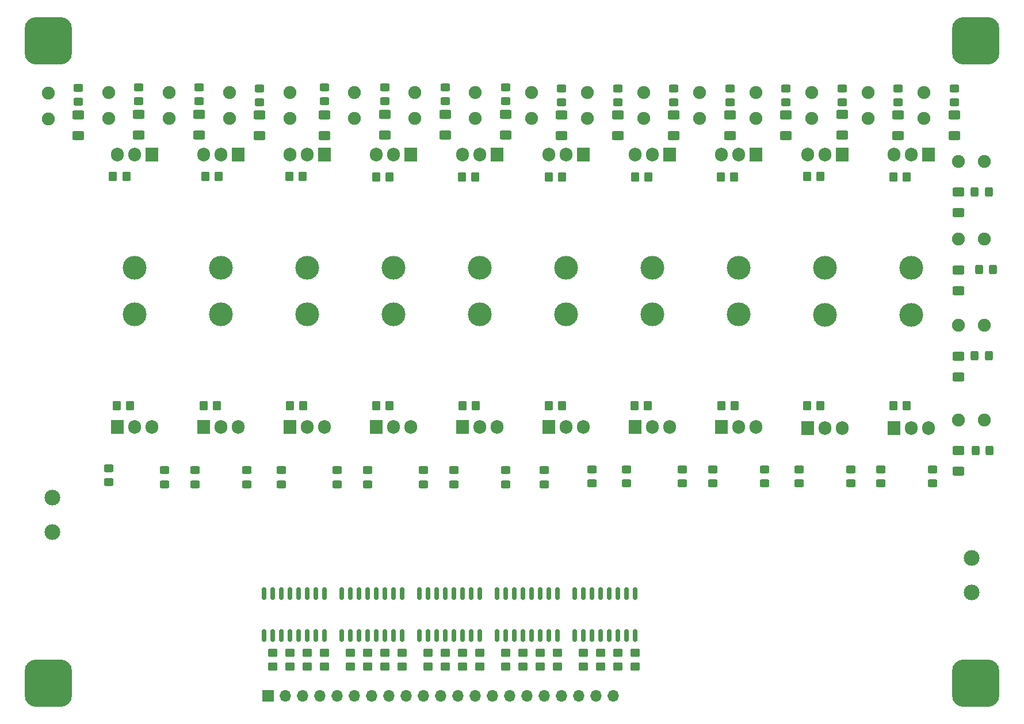
<source format=gbr>
%TF.GenerationSoftware,KiCad,Pcbnew,9.0.0*%
%TF.CreationDate,2025-04-04T10:54:07-06:00*%
%TF.ProjectId,Solenoid Breakout Board,536f6c65-6e6f-4696-9420-427265616b6f,rev?*%
%TF.SameCoordinates,Original*%
%TF.FileFunction,Soldermask,Top*%
%TF.FilePolarity,Negative*%
%FSLAX46Y46*%
G04 Gerber Fmt 4.6, Leading zero omitted, Abs format (unit mm)*
G04 Created by KiCad (PCBNEW 9.0.0) date 2025-04-04 10:54:07*
%MOMM*%
%LPD*%
G01*
G04 APERTURE LIST*
G04 Aperture macros list*
%AMRoundRect*
0 Rectangle with rounded corners*
0 $1 Rounding radius*
0 $2 $3 $4 $5 $6 $7 $8 $9 X,Y pos of 4 corners*
0 Add a 4 corners polygon primitive as box body*
4,1,4,$2,$3,$4,$5,$6,$7,$8,$9,$2,$3,0*
0 Add four circle primitives for the rounded corners*
1,1,$1+$1,$2,$3*
1,1,$1+$1,$4,$5*
1,1,$1+$1,$6,$7*
1,1,$1+$1,$8,$9*
0 Add four rect primitives between the rounded corners*
20,1,$1+$1,$2,$3,$4,$5,0*
20,1,$1+$1,$4,$5,$6,$7,0*
20,1,$1+$1,$6,$7,$8,$9,0*
20,1,$1+$1,$8,$9,$2,$3,0*%
G04 Aperture macros list end*
%ADD10RoundRect,0.250000X0.350000X0.450000X-0.350000X0.450000X-0.350000X-0.450000X0.350000X-0.450000X0*%
%ADD11RoundRect,0.250000X0.450000X-0.350000X0.450000X0.350000X-0.450000X0.350000X-0.450000X-0.350000X0*%
%ADD12C,1.905000*%
%ADD13RoundRect,0.250000X-0.450000X0.325000X-0.450000X-0.325000X0.450000X-0.325000X0.450000X0.325000X0*%
%ADD14RoundRect,1.746250X-1.746250X-1.746250X1.746250X-1.746250X1.746250X1.746250X-1.746250X1.746250X0*%
%ADD15RoundRect,0.250000X0.450000X-0.325000X0.450000X0.325000X-0.450000X0.325000X-0.450000X-0.325000X0*%
%ADD16RoundRect,0.162500X0.162500X-0.750000X0.162500X0.750000X-0.162500X0.750000X-0.162500X-0.750000X0*%
%ADD17RoundRect,0.250000X-0.350000X-0.450000X0.350000X-0.450000X0.350000X0.450000X-0.350000X0.450000X0*%
%ADD18C,2.311400*%
%ADD19RoundRect,0.250000X0.625000X-0.400000X0.625000X0.400000X-0.625000X0.400000X-0.625000X-0.400000X0*%
%ADD20RoundRect,0.250000X-0.625000X0.400000X-0.625000X-0.400000X0.625000X-0.400000X0.625000X0.400000X0*%
%ADD21RoundRect,0.250000X0.325000X0.450000X-0.325000X0.450000X-0.325000X-0.450000X0.325000X-0.450000X0*%
%ADD22R,1.700000X1.700000*%
%ADD23O,1.700000X1.700000*%
%ADD24C,3.500000*%
%ADD25R,1.905000X2.000000*%
%ADD26O,1.905000X2.000000*%
G04 APERTURE END LIST*
D10*
%TO.C,R16*%
X85820000Y-110880000D03*
X83820000Y-110880000D03*
%TD*%
D11*
%TO.C,R29*%
X106680000Y-149320000D03*
X106680000Y-147320000D03*
%TD*%
D12*
%TO.C,L4*%
X74930000Y-64770000D03*
X74930000Y-68580000D03*
%TD*%
D13*
%TO.C,D12*%
X88900000Y-63990000D03*
X88900000Y-66040000D03*
%TD*%
D14*
%TO.C,REF\u002A\u002A*%
X48260000Y-57150000D03*
%TD*%
D15*
%TO.C,D2*%
X65405000Y-122455000D03*
X65405000Y-120405000D03*
%TD*%
D16*
%TO.C,U5*%
X125730000Y-144780000D03*
X127000000Y-144780000D03*
X128270000Y-144780000D03*
X129540000Y-144780000D03*
X130810000Y-144780000D03*
X132080000Y-144780000D03*
X133350000Y-144780000D03*
X134620000Y-144780000D03*
X134620000Y-138605000D03*
X133350000Y-138605000D03*
X132080000Y-138605000D03*
X130810000Y-138605000D03*
X129540000Y-138605000D03*
X128270000Y-138605000D03*
X127000000Y-138605000D03*
X125730000Y-138605000D03*
%TD*%
D17*
%TO.C,R17*%
X83725000Y-77075000D03*
X85725000Y-77075000D03*
%TD*%
D11*
%TO.C,R43*%
X118110000Y-149320000D03*
X118110000Y-147320000D03*
%TD*%
D10*
%TO.C,R32*%
X136525000Y-110880000D03*
X134525000Y-110880000D03*
%TD*%
D18*
%TO.C,J2*%
X48895000Y-124460000D03*
X48895000Y-129540000D03*
%TD*%
D13*
%TO.C,D33*%
X181610000Y-64135000D03*
X181610000Y-66185000D03*
%TD*%
D10*
%TO.C,R5*%
X60325000Y-110880000D03*
X58325000Y-110880000D03*
%TD*%
D12*
%TO.C,L9*%
X119380000Y-64770000D03*
X119380000Y-68580000D03*
%TD*%
D19*
%TO.C,R27*%
X123825000Y-71120000D03*
X123825000Y-68020000D03*
%TD*%
D14*
%TO.C,REF\u002A\u002A*%
X48260000Y-151765000D03*
%TD*%
%TO.C,REF\u002A\u002A*%
X184785000Y-151765000D03*
%TD*%
D13*
%TO.C,D18*%
X123825000Y-64135000D03*
X123825000Y-66185000D03*
%TD*%
D19*
%TO.C,R12*%
X79375000Y-71120000D03*
X79375000Y-68020000D03*
%TD*%
D17*
%TO.C,R33*%
X109125000Y-77225000D03*
X111125000Y-77225000D03*
%TD*%
D10*
%TO.C,R34*%
X123920000Y-110880000D03*
X121920000Y-110880000D03*
%TD*%
D11*
%TO.C,R28*%
X115570000Y-149320000D03*
X115570000Y-147320000D03*
%TD*%
D19*
%TO.C,R37*%
X132080000Y-71120000D03*
X132080000Y-68020000D03*
%TD*%
D10*
%TO.C,R44*%
X161925000Y-110880000D03*
X159925000Y-110880000D03*
%TD*%
D16*
%TO.C,U4*%
X114300000Y-144780000D03*
X115570000Y-144780000D03*
X116840000Y-144780000D03*
X118110000Y-144780000D03*
X119380000Y-144780000D03*
X120650000Y-144780000D03*
X121920000Y-144780000D03*
X123190000Y-144780000D03*
X123190000Y-138605000D03*
X121920000Y-138605000D03*
X120650000Y-138605000D03*
X119380000Y-138605000D03*
X118110000Y-138605000D03*
X116840000Y-138605000D03*
X115570000Y-138605000D03*
X114300000Y-138605000D03*
%TD*%
D20*
%TO.C,R58*%
X182245000Y-90880000D03*
X182245000Y-93980000D03*
%TD*%
D12*
%TO.C,L20*%
X186055000Y-74930000D03*
X182245000Y-74930000D03*
%TD*%
D10*
%TO.C,R56*%
X174625000Y-110880000D03*
X172625000Y-110880000D03*
%TD*%
D17*
%TO.C,R35*%
X121920000Y-77225000D03*
X123920000Y-77225000D03*
%TD*%
D21*
%TO.C,D39*%
X186835000Y-117475000D03*
X184785000Y-117475000D03*
%TD*%
D15*
%TO.C,D21*%
X121285000Y-122455000D03*
X121285000Y-120405000D03*
%TD*%
%TO.C,D11*%
X95250000Y-122455000D03*
X95250000Y-120405000D03*
%TD*%
D12*
%TO.C,L14*%
X186055000Y-99060000D03*
X182245000Y-99060000D03*
%TD*%
D15*
%TO.C,D3*%
X69850000Y-122455000D03*
X69850000Y-120405000D03*
%TD*%
D11*
%TO.C,R2*%
X83820000Y-149320000D03*
X83820000Y-147320000D03*
%TD*%
D17*
%TO.C,R24*%
X96520000Y-77225000D03*
X98520000Y-77225000D03*
%TD*%
D19*
%TO.C,R50*%
X181610000Y-71120000D03*
X181610000Y-68020000D03*
%TD*%
D15*
%TO.C,D36*%
X170815000Y-122310000D03*
X170815000Y-120260000D03*
%TD*%
D19*
%TO.C,R39*%
X148590000Y-71120000D03*
X148590000Y-68020000D03*
%TD*%
%TO.C,R49*%
X173355000Y-71120000D03*
X173355000Y-68020000D03*
%TD*%
D15*
%TO.C,D9*%
X82550000Y-122455000D03*
X82550000Y-120405000D03*
%TD*%
D11*
%TO.C,R41*%
X120650000Y-149320000D03*
X120650000Y-147320000D03*
%TD*%
D12*
%TO.C,L10*%
X152400000Y-64770000D03*
X152400000Y-68580000D03*
%TD*%
D15*
%TO.C,D35*%
X166370000Y-122310000D03*
X166370000Y-120260000D03*
%TD*%
%TO.C,D29*%
X153670000Y-122310000D03*
X153670000Y-120260000D03*
%TD*%
D10*
%TO.C,R25*%
X111220000Y-110880000D03*
X109220000Y-110880000D03*
%TD*%
D19*
%TO.C,R20*%
X97790000Y-71045000D03*
X97790000Y-67945000D03*
%TD*%
D12*
%TO.C,L13*%
X144145000Y-64770000D03*
X144145000Y-68580000D03*
%TD*%
D11*
%TO.C,R52*%
X129540000Y-149320000D03*
X129540000Y-147320000D03*
%TD*%
D13*
%TO.C,D34*%
X165100000Y-64135000D03*
X165100000Y-66185000D03*
%TD*%
D19*
%TO.C,R9*%
X52705000Y-71120000D03*
X52705000Y-68020000D03*
%TD*%
D12*
%TO.C,L7*%
X102235000Y-64770000D03*
X102235000Y-68580000D03*
%TD*%
D10*
%TO.C,R45*%
X149320000Y-110880000D03*
X147320000Y-110880000D03*
%TD*%
D11*
%TO.C,R22*%
X100330000Y-149320000D03*
X100330000Y-147320000D03*
%TD*%
D17*
%TO.C,R46*%
X147225000Y-77225000D03*
X149225000Y-77225000D03*
%TD*%
D12*
%TO.C,L5*%
X83820000Y-64770000D03*
X83820000Y-68580000D03*
%TD*%
D15*
%TO.C,D30*%
X141605000Y-122310000D03*
X141605000Y-120260000D03*
%TD*%
%TO.C,D27*%
X158750000Y-122310000D03*
X158750000Y-120260000D03*
%TD*%
D11*
%TO.C,R1*%
X81280000Y-149320000D03*
X81280000Y-147320000D03*
%TD*%
%TO.C,R14*%
X95250000Y-149320000D03*
X95250000Y-147320000D03*
%TD*%
D13*
%TO.C,D23*%
X156845000Y-64135000D03*
X156845000Y-66185000D03*
%TD*%
%TO.C,D32*%
X173355000Y-64135000D03*
X173355000Y-66185000D03*
%TD*%
D15*
%TO.C,D4*%
X77470000Y-122455000D03*
X77470000Y-120405000D03*
%TD*%
D12*
%TO.C,L1*%
X48260000Y-64845000D03*
X48260000Y-68655000D03*
%TD*%
%TO.C,L17*%
X160655000Y-64770000D03*
X160655000Y-68580000D03*
%TD*%
D19*
%TO.C,R21*%
X106680000Y-71045000D03*
X106680000Y-67945000D03*
%TD*%
D15*
%TO.C,D28*%
X146050000Y-122310000D03*
X146050000Y-120260000D03*
%TD*%
D17*
%TO.C,R57*%
X172625000Y-77225000D03*
X174625000Y-77225000D03*
%TD*%
D12*
%TO.C,L16*%
X177165000Y-64770000D03*
X177165000Y-68580000D03*
%TD*%
D15*
%TO.C,D10*%
X90805000Y-122455000D03*
X90805000Y-120405000D03*
%TD*%
D11*
%TO.C,R30*%
X109220000Y-149320000D03*
X109220000Y-147320000D03*
%TD*%
D12*
%TO.C,L2*%
X57150000Y-64770000D03*
X57150000Y-68580000D03*
%TD*%
D15*
%TO.C,D15*%
X103505000Y-122455000D03*
X103505000Y-120405000D03*
%TD*%
D22*
%TO.C,J1*%
X80645000Y-153670000D03*
D23*
X83185000Y-153670000D03*
X85725000Y-153670000D03*
X88265000Y-153670000D03*
X90805000Y-153670000D03*
X93345000Y-153670000D03*
X95885000Y-153670000D03*
X98425000Y-153670000D03*
X100965000Y-153670000D03*
X103505000Y-153670000D03*
X106045000Y-153670000D03*
X108585000Y-153670000D03*
X111125000Y-153670000D03*
X113665000Y-153670000D03*
X116205000Y-153670000D03*
X118745000Y-153670000D03*
X121285000Y-153670000D03*
X123825000Y-153670000D03*
X126365000Y-153670000D03*
X128905000Y-153670000D03*
X131445000Y-153670000D03*
%TD*%
D11*
%TO.C,R4*%
X88900000Y-149320000D03*
X88900000Y-147320000D03*
%TD*%
D21*
%TO.C,D40*%
X186690000Y-79375000D03*
X184640000Y-79375000D03*
%TD*%
D17*
%TO.C,R47*%
X134620000Y-77225000D03*
X136620000Y-77225000D03*
%TD*%
D19*
%TO.C,R51*%
X165100000Y-71045000D03*
X165100000Y-67945000D03*
%TD*%
%TO.C,R38*%
X140335000Y-71120000D03*
X140335000Y-68020000D03*
%TD*%
D20*
%TO.C,R60*%
X182245000Y-79375000D03*
X182245000Y-82475000D03*
%TD*%
D11*
%TO.C,R15*%
X97790000Y-149320000D03*
X97790000Y-147320000D03*
%TD*%
D13*
%TO.C,D8*%
X79375000Y-64135000D03*
X79375000Y-66185000D03*
%TD*%
D12*
%TO.C,L3*%
X66040000Y-64770000D03*
X66040000Y-68580000D03*
%TD*%
%TO.C,L19*%
X186055000Y-113030000D03*
X182245000Y-113030000D03*
%TD*%
D11*
%TO.C,R3*%
X86360000Y-149320000D03*
X86360000Y-147320000D03*
%TD*%
D13*
%TO.C,D26*%
X148590000Y-64135000D03*
X148590000Y-66185000D03*
%TD*%
D21*
%TO.C,D31*%
X186690000Y-103505000D03*
X184640000Y-103505000D03*
%TD*%
D12*
%TO.C,L6*%
X93345000Y-64770000D03*
X93345000Y-68580000D03*
%TD*%
D15*
%TO.C,D22*%
X128270000Y-122310000D03*
X128270000Y-120260000D03*
%TD*%
%TO.C,D20*%
X115570000Y-122455000D03*
X115570000Y-120405000D03*
%TD*%
%TO.C,D19*%
X133350000Y-122310000D03*
X133350000Y-120260000D03*
%TD*%
D11*
%TO.C,R23*%
X104140000Y-149320000D03*
X104140000Y-147320000D03*
%TD*%
D19*
%TO.C,R19*%
X88900000Y-71120000D03*
X88900000Y-68020000D03*
%TD*%
D12*
%TO.C,L8*%
X111125000Y-64770000D03*
X111125000Y-68580000D03*
%TD*%
D16*
%TO.C,U3*%
X102870000Y-144780000D03*
X104140000Y-144780000D03*
X105410000Y-144780000D03*
X106680000Y-144780000D03*
X107950000Y-144780000D03*
X109220000Y-144780000D03*
X110490000Y-144780000D03*
X111760000Y-144780000D03*
X111760000Y-138605000D03*
X110490000Y-138605000D03*
X109220000Y-138605000D03*
X107950000Y-138605000D03*
X106680000Y-138605000D03*
X105410000Y-138605000D03*
X104140000Y-138605000D03*
X102870000Y-138605000D03*
%TD*%
D10*
%TO.C,R18*%
X98520000Y-110880000D03*
X96520000Y-110880000D03*
%TD*%
D11*
%TO.C,R40*%
X127000000Y-149320000D03*
X127000000Y-147320000D03*
%TD*%
D15*
%TO.C,D16*%
X107950000Y-122455000D03*
X107950000Y-120405000D03*
%TD*%
D11*
%TO.C,R53*%
X132080000Y-149320000D03*
X132080000Y-147320000D03*
%TD*%
D15*
%TO.C,D1*%
X57150000Y-122175500D03*
X57150000Y-120125500D03*
%TD*%
D19*
%TO.C,R11*%
X70485000Y-71045000D03*
X70485000Y-67945000D03*
%TD*%
D14*
%TO.C,REF\u002A\u002A*%
X184785000Y-57150000D03*
%TD*%
D16*
%TO.C,U2*%
X91440000Y-144780000D03*
X92710000Y-144780000D03*
X93980000Y-144780000D03*
X95250000Y-144780000D03*
X96520000Y-144780000D03*
X97790000Y-144780000D03*
X99060000Y-144780000D03*
X100330000Y-144780000D03*
X100330000Y-138605000D03*
X99060000Y-138605000D03*
X97790000Y-138605000D03*
X96520000Y-138605000D03*
X95250000Y-138605000D03*
X93980000Y-138605000D03*
X92710000Y-138605000D03*
X91440000Y-138605000D03*
%TD*%
D17*
%TO.C,R8*%
X71390000Y-77075000D03*
X73390000Y-77075000D03*
%TD*%
D11*
%TO.C,R13*%
X92710000Y-149320000D03*
X92710000Y-147320000D03*
%TD*%
D12*
%TO.C,L15*%
X168910000Y-64770000D03*
X168910000Y-68580000D03*
%TD*%
%TO.C,L12*%
X135890000Y-64770000D03*
X135890000Y-68580000D03*
%TD*%
D16*
%TO.C,U1*%
X80010000Y-144780000D03*
X81280000Y-144780000D03*
X82550000Y-144780000D03*
X83820000Y-144780000D03*
X85090000Y-144780000D03*
X86360000Y-144780000D03*
X87630000Y-144780000D03*
X88900000Y-144780000D03*
X88900000Y-138605000D03*
X87630000Y-138605000D03*
X86360000Y-138605000D03*
X85090000Y-138605000D03*
X83820000Y-138605000D03*
X82550000Y-138605000D03*
X81280000Y-138605000D03*
X80010000Y-138605000D03*
%TD*%
D13*
%TO.C,D25*%
X140335000Y-64135000D03*
X140335000Y-66185000D03*
%TD*%
%TO.C,D6*%
X61595000Y-63990000D03*
X61595000Y-66040000D03*
%TD*%
D15*
%TO.C,D37*%
X178435000Y-122310000D03*
X178435000Y-120260000D03*
%TD*%
D10*
%TO.C,R7*%
X73120000Y-110880000D03*
X71120000Y-110880000D03*
%TD*%
D19*
%TO.C,R10*%
X61595000Y-71045000D03*
X61595000Y-67945000D03*
%TD*%
D20*
%TO.C,R59*%
X182245000Y-117475000D03*
X182245000Y-120575000D03*
%TD*%
D17*
%TO.C,R55*%
X159925000Y-77075000D03*
X161925000Y-77075000D03*
%TD*%
D11*
%TO.C,R31*%
X111760000Y-149320000D03*
X111760000Y-147320000D03*
%TD*%
D18*
%TO.C,J3*%
X184150000Y-138430000D03*
X184150000Y-133350000D03*
%TD*%
D13*
%TO.C,D7*%
X70485000Y-63990000D03*
X70485000Y-66040000D03*
%TD*%
D19*
%TO.C,R26*%
X115570000Y-71045000D03*
X115570000Y-67945000D03*
%TD*%
D20*
%TO.C,R48*%
X182245000Y-103580000D03*
X182245000Y-106680000D03*
%TD*%
D11*
%TO.C,R54*%
X134620000Y-149320000D03*
X134620000Y-147320000D03*
%TD*%
D21*
%TO.C,D38*%
X187325000Y-90805000D03*
X185275000Y-90805000D03*
%TD*%
D12*
%TO.C,L11*%
X127635000Y-64770000D03*
X127635000Y-68580000D03*
%TD*%
D19*
%TO.C,R36*%
X156845000Y-71120000D03*
X156845000Y-68020000D03*
%TD*%
D12*
%TO.C,L18*%
X186055000Y-86360000D03*
X182245000Y-86360000D03*
%TD*%
D13*
%TO.C,D17*%
X115570000Y-63990000D03*
X115570000Y-66040000D03*
%TD*%
D17*
%TO.C,R6*%
X57785000Y-77075000D03*
X59785000Y-77075000D03*
%TD*%
D13*
%TO.C,D14*%
X106680000Y-63990000D03*
X106680000Y-66040000D03*
%TD*%
D11*
%TO.C,R42*%
X123190000Y-149320000D03*
X123190000Y-147320000D03*
%TD*%
D13*
%TO.C,D24*%
X132080000Y-64135000D03*
X132080000Y-66185000D03*
%TD*%
%TO.C,D13*%
X97790000Y-63990000D03*
X97790000Y-66040000D03*
%TD*%
%TO.C,D5*%
X52705000Y-64065000D03*
X52705000Y-66115000D03*
%TD*%
D24*
%TO.C,Q5*%
X86360000Y-97395000D03*
D25*
X83820000Y-114055000D03*
D26*
X86360000Y-114055000D03*
X88900000Y-114055000D03*
%TD*%
D24*
%TO.C,Q14*%
X162560000Y-97545000D03*
D25*
X160020000Y-114205000D03*
D26*
X162560000Y-114205000D03*
X165100000Y-114205000D03*
%TD*%
D24*
%TO.C,Q7*%
X99060000Y-97395000D03*
D25*
X96520000Y-114055000D03*
D26*
X99060000Y-114055000D03*
X101600000Y-114055000D03*
%TD*%
D24*
%TO.C,Q8*%
X99060000Y-90560000D03*
D25*
X101600000Y-73900000D03*
D26*
X99060000Y-73900000D03*
X96520000Y-73900000D03*
%TD*%
D24*
%TO.C,Q11*%
X111760000Y-90560000D03*
D25*
X114300000Y-73900000D03*
D26*
X111760000Y-73900000D03*
X109220000Y-73900000D03*
%TD*%
D24*
%TO.C,Q19*%
X175260000Y-97545000D03*
D25*
X172720000Y-114205000D03*
D26*
X175260000Y-114205000D03*
X177800000Y-114205000D03*
%TD*%
D24*
%TO.C,Q15*%
X149860000Y-97395000D03*
D25*
X147320000Y-114055000D03*
D26*
X149860000Y-114055000D03*
X152400000Y-114055000D03*
%TD*%
D24*
%TO.C,Q13*%
X124460000Y-90560000D03*
D25*
X127000000Y-73900000D03*
D26*
X124460000Y-73900000D03*
X121920000Y-73900000D03*
%TD*%
D24*
%TO.C,Q12*%
X124460000Y-97395000D03*
D25*
X121920000Y-114055000D03*
D26*
X124460000Y-114055000D03*
X127000000Y-114055000D03*
%TD*%
D24*
%TO.C,Q20*%
X175260000Y-90560000D03*
D25*
X177800000Y-73900000D03*
D26*
X175260000Y-73900000D03*
X172720000Y-73900000D03*
%TD*%
D24*
%TO.C,Q16*%
X149860000Y-90560000D03*
D25*
X152400000Y-73900000D03*
D26*
X149860000Y-73900000D03*
X147320000Y-73900000D03*
%TD*%
D24*
%TO.C,Q9*%
X111760000Y-97395000D03*
D25*
X109220000Y-114055000D03*
D26*
X111760000Y-114055000D03*
X114300000Y-114055000D03*
%TD*%
D24*
%TO.C,Q6*%
X86360000Y-90560000D03*
D25*
X88900000Y-73900000D03*
D26*
X86360000Y-73900000D03*
X83820000Y-73900000D03*
%TD*%
D24*
%TO.C,Q2*%
X60960000Y-90560000D03*
D25*
X63500000Y-73900000D03*
D26*
X60960000Y-73900000D03*
X58420000Y-73900000D03*
%TD*%
D24*
%TO.C,Q3*%
X73660000Y-97395000D03*
D25*
X71120000Y-114055000D03*
D26*
X73660000Y-114055000D03*
X76200000Y-114055000D03*
%TD*%
D24*
%TO.C,Q17*%
X137160000Y-90560000D03*
D25*
X139700000Y-73900000D03*
D26*
X137160000Y-73900000D03*
X134620000Y-73900000D03*
%TD*%
D24*
%TO.C,Q18*%
X162560000Y-90560000D03*
D25*
X165100000Y-73900000D03*
D26*
X162560000Y-73900000D03*
X160020000Y-73900000D03*
%TD*%
D24*
%TO.C,Q1*%
X60960000Y-97395000D03*
D25*
X58420000Y-114055000D03*
D26*
X60960000Y-114055000D03*
X63500000Y-114055000D03*
%TD*%
D24*
%TO.C,Q4*%
X73660000Y-90560000D03*
D25*
X76200000Y-73900000D03*
D26*
X73660000Y-73900000D03*
X71120000Y-73900000D03*
%TD*%
D24*
%TO.C,Q10*%
X137160000Y-97395000D03*
D25*
X134620000Y-114055000D03*
D26*
X137160000Y-114055000D03*
X139700000Y-114055000D03*
%TD*%
M02*

</source>
